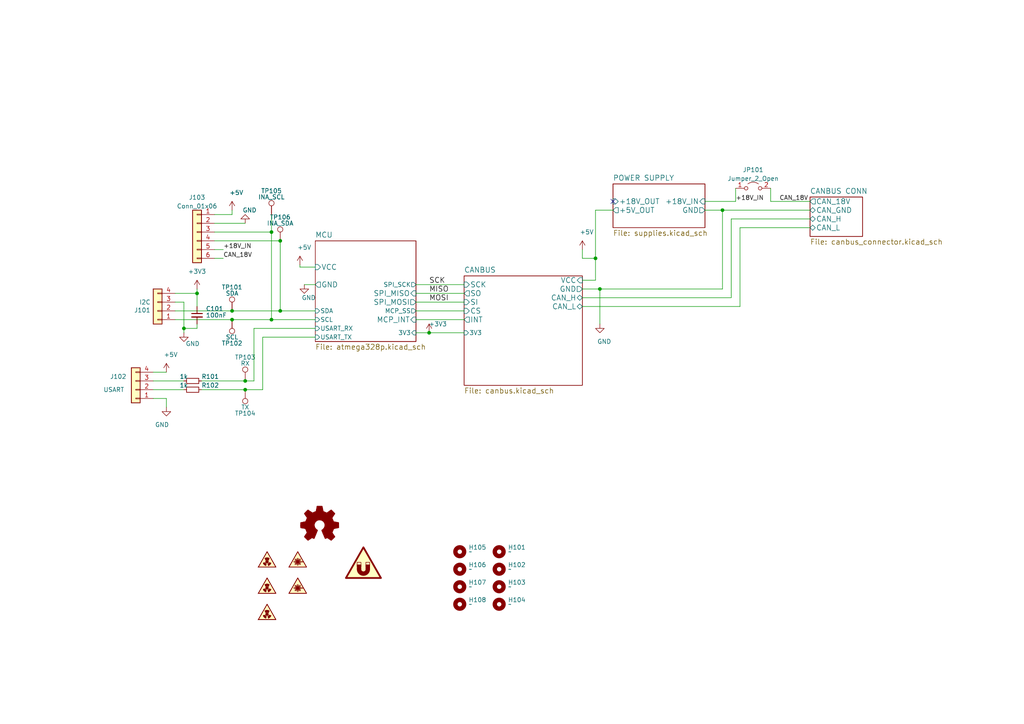
<source format=kicad_sch>
(kicad_sch (version 20211123) (generator eeschema)
  (paper "A4")
  (lib_symbols
    (symbol "Connector:TestPoint" (pin_numbers hide) (pin_names (offset 0.762) hide)
      (property "Reference" "TP" (at 0 6.858 0))
      (property "Value" "TestPoint" (at 0 5.08 0))
      (symbol "TestPoint_0_1"
        (circle (center 0 3.302) (radius 0.762))
      )
      (symbol "TestPoint_1_1"
        (pin passive line (at 0 0 90) (length 2.54) (name "1") (number "1"))
      )
    )
    (symbol "Connector_Generic:Conn_01x04" (pin_names (offset 1.016) hide)
      (property "Reference" "J" (at 0 5.08 0))
      (property "Value" "Conn_01x04" (at 0 -7.62 0))
      (symbol "Conn_01x04_1_1"
        (rectangle (start -1.27 -4.953) (end 0 -5.207) (stroke (width 0.1524)))
        (rectangle (start -1.27 -2.413) (end 0 -2.667) (stroke (width 0.1524)))
        (rectangle (start -1.27 0.127) (end 0 -0.127) (stroke (width 0.1524)))
        (rectangle (start -1.27 2.667) (end 0 2.413) (stroke (width 0.1524)))
        (rectangle (start -1.27 3.81) (end 1.27 -6.35) (stroke (width 0.254)) (fill (type background)))
        (pin passive line (at -5.08 2.54 0) (length 3.81) (name "Pin_1") (number "1"))
        (pin passive line (at -5.08 0 0) (length 3.81) (name "Pin_2") (number "2"))
        (pin passive line (at -5.08 -2.54 0) (length 3.81) (name "Pin_3") (number "3"))
        (pin passive line (at -5.08 -5.08 0) (length 3.81) (name "Pin_4") (number "4"))
      )
    )
    (symbol "Connector_Generic:Conn_01x06" (pin_names (offset 1.016) hide)
      (property "Reference" "J" (at 0 7.62 0))
      (property "Value" "Conn_01x06" (at 0 -10.16 0))
      (symbol "Conn_01x06_1_1"
        (rectangle (start -1.27 -7.493) (end 0 -7.747) (stroke (width 0.1524)))
        (rectangle (start -1.27 -4.953) (end 0 -5.207) (stroke (width 0.1524)))
        (rectangle (start -1.27 -2.413) (end 0 -2.667) (stroke (width 0.1524)))
        (rectangle (start -1.27 0.127) (end 0 -0.127) (stroke (width 0.1524)))
        (rectangle (start -1.27 2.667) (end 0 2.413) (stroke (width 0.1524)))
        (rectangle (start -1.27 5.207) (end 0 4.953) (stroke (width 0.1524)))
        (rectangle (start -1.27 6.35) (end 1.27 -8.89) (stroke (width 0.254)) (fill (type background)))
        (pin passive line (at -5.08 5.08 0) (length 3.81) (name "Pin_1") (number "1"))
        (pin passive line (at -5.08 2.54 0) (length 3.81) (name "Pin_2") (number "2"))
        (pin passive line (at -5.08 0 0) (length 3.81) (name "Pin_3") (number "3"))
        (pin passive line (at -5.08 -2.54 0) (length 3.81) (name "Pin_4") (number "4"))
        (pin passive line (at -5.08 -5.08 0) (length 3.81) (name "Pin_5") (number "5"))
        (pin passive line (at -5.08 -7.62 0) (length 3.81) (name "Pin_6") (number "6"))
      )
    )
    (symbol "Device:C_Small" (pin_numbers hide) (pin_names (offset 0.254) hide)
      (property "Reference" "C" (at 0.254 1.778 0))
      (property "Value" "C_Small" (at 0.254 -2.032 0))
      (symbol "C_Small_0_1"
        (polyline (pts (xy -1.524 -0.508) (xy 1.524 -0.508)) (stroke (width 0.3302)))
        (polyline (pts (xy -1.524 0.508) (xy 1.524 0.508)) (stroke (width 0.3048)))
      )
      (symbol "C_Small_1_1"
        (pin passive line (at 0 2.54 270) (length 2.032) (name "~") (number "1"))
        (pin passive line (at 0 -2.54 90) (length 2.032) (name "~") (number "2"))
      )
    )
    (symbol "Device:R_Small" (pin_numbers hide) (pin_names (offset 0.254) hide)
      (property "Reference" "R" (at 0.762 0.508 0))
      (property "Value" "R_Small" (at 0.762 -1.016 0))
      (symbol "R_Small_0_1"
        (rectangle (start -0.762 1.778) (end 0.762 -1.778) (stroke (width 0.2032)))
      )
      (symbol "R_Small_1_1"
        (pin passive line (at 0 2.54 270) (length 0.762) (name "~") (number "1"))
        (pin passive line (at 0 -2.54 90) (length 0.762) (name "~") (number "2"))
      )
    )
    (symbol "Graphic:Logo_Open_Hardware_Small" (pin_names (offset 1.016))
      (symbol "Logo_Open_Hardware_Small_0_1"
        (polyline (pts (xy 3.3528 -4.3434) (xy 3.302 -4.318) (xy 3.175 -4.2418) (xy 2.9972 -4.1148) (xy 2.7686 -3.9624) (xy 2.54 -3.81) (xy 2.3622 -3.7084) (xy 2.2352 -3.6068) (xy 2.1844 -3.5814) (xy 2.159 -3.6068) (xy 2.0574 -3.6576) (xy 1.905 -3.7338) (xy 1.8034 -3.7846) (xy 1.6764 -3.8354) (xy 1.6002 -3.8354) (xy 1.6002 -3.8354) (xy 1.5494 -3.7338) (xy 1.4732 -3.5306) (xy 1.3462 -3.302) (xy 1.2446 -3.0226) (xy 1.1176 -2.7178) (xy 0.9652 -2.413) (xy 0.8636 -2.1082) (xy 0.7366 -1.8288) (xy 0.6604 -1.6256) (xy 0.6096 -1.4732) (xy 0.5842 -1.397) (xy 0.5842 -1.397) (xy 0.6604 -1.3208) (xy 0.7874 -1.2446) (xy 1.0414 -1.016) (xy 1.2954 -0.6858) (xy 1.4478 -0.3302) (xy 1.524 0.0762) (xy 1.4732 0.4572) (xy 1.3208 0.8128) (xy 1.0668 1.143) (xy 0.762 1.3716) (xy 0.4064 1.524) (xy 0 1.5748) (xy -0.381 1.5494) (xy -0.7366 1.397) (xy -1.0668 1.143) (xy -1.2192 0.9906) (xy -1.397 0.6604) (xy -1.524 0.3048) (xy -1.524 0.2286) (xy -1.4986 -0.1778) (xy -1.397 -0.5334) (xy -1.1938 -0.8636) (xy -0.9144 -1.143) (xy -0.8636 -1.1684) (xy -0.7366 -1.27) (xy -0.635 -1.3462) (xy -0.5842 -1.397) (xy -1.0668 -2.5908) (xy -1.143 -2.794) (xy -1.2954 -3.1242) (xy -1.397 -3.4036) (xy -1.4986 -3.6322) (xy -1.5748 -3.7846) (xy -1.6002 -3.8354) (xy -1.6002 -3.8354) (xy -1.651 -3.8354) (xy -1.7272 -3.81) (xy -1.905 -3.7338) (xy -2.0066 -3.683) (xy -2.1336 -3.6068) (xy -2.2098 -3.5814) (xy -2.2606 -3.6068) (xy -2.3622 -3.683) (xy -2.54 -3.81) (xy -2.7686 -3.9624) (xy -2.9718 -4.0894) (xy -3.1496 -4.2164) (xy -3.302 -4.318) (xy -3.3528 -4.3434) (xy -3.3782 -4.3434) (xy -3.429 -4.318) (xy -3.5306 -4.2164) (xy -3.7084 -4.064) (xy -3.937 -3.8354) (xy -3.9624 -3.81) (xy -4.1656 -3.6068) (xy -4.318 -3.4544) (xy -4.4196 -3.3274) (xy -4.445 -3.2766) (xy -4.445 -3.2766) (xy -4.4196 -3.2258) (xy -4.318 -3.0734) (xy -4.2164 -2.8956) (xy -4.064 -2.667) (xy -3.6576 -2.0828) (xy -3.8862 -1.5494) (xy -3.937 -1.3716) (xy -4.0386 -1.1684) (xy -4.0894 -1.0414) (xy -4.1148 -0.9652) (xy -4.191 -0.9398) (xy -4.318 -0.9144) (xy -4.5466 -0.8636) (xy -4.8006 -0.8128) (xy -5.0546 -0.7874) (xy -5.2578 -0.7366) (xy -5.4356 -0.7112) (xy -5.5118 -0.6858) (xy -5.5118 -0.6858) (xy -5.5372 -0.635) (xy -5.5372 -0.5588) (xy -5.5372 -0.4318) (xy -5.5626 -0.2286) (xy -5.5626 0.0762) (xy -5.5626 0.127) (xy -5.5372 0.4064) (xy -5.5372 0.635) (xy -5.5372 0.762) (xy -5.5372 0.8382) (xy -5.5372 0.8382) (xy -5.461 0.8382) (xy -5.3086 0.889) (xy -5.08 0.9144) (xy -4.826 0.9652) (xy -4.8006 0.9906) (xy -4.5466 1.0414) (xy -4.318 1.0668) (xy -4.1656 1.1176) (xy -4.0894 1.143) (xy -4.0894 1.143) (xy -4.0386 1.2446) (xy -3.9624 1.4224) (xy -3.8608 1.6256) (xy -3.7846 1.8288) (xy -3.7084 2.0066) (xy -3.6576 2.159) (xy -3.6322 2.2098) (xy -3.6322 2.2098) (xy -3.683 2.286) (xy -3.7592 2.413) (xy -3.8862 2.5908) (xy -4.064 2.8194) (xy -4.064 2.8448) (xy -4.2164 3.0734) (xy -4.3434 3.2512) (xy -4.4196 3.3782) (xy -4.445 3.4544) (xy -4.445 3.4544) (xy -4.3942 3.5052) (xy -4.2926 3.6322) (xy -4.1148 3.81) (xy -3.937 4.0132) (xy -3.8608 4.064) (xy -3.6576 4.2926) (xy -3.5052 4.4196) (xy -3.4036 4.4958) (xy -3.3528 4.5212) (xy -3.3528 4.5212) (xy -3.302 4.4704) (xy -3.1496 4.3688) (xy -2.9718 4.2418) (xy -2.7432 4.0894) (xy -2.7178 4.0894) (xy -2.4892 3.937) (xy -2.3114 3.81) (xy -2.1844 3.7084) (xy -2.1336 3.683) (xy -2.1082 3.683) (xy -2.032 3.7084) (xy -1.8542 3.7592) (xy -1.6764 3.8354) (xy -1.4732 3.937) (xy -1.27 4.0132) (xy -1.143 4.064) (xy -1.0668 4.1148) (xy -1.0668 4.1148) (xy -1.0414 4.191) (xy -1.016 4.3434) (xy -0.9652 4.572) (xy -0.9144 4.8514) (xy -0.889 4.9022) (xy -0.8382 5.1562) (xy -0.8128 5.3848) (xy -0.7874 5.5372) (xy -0.762 5.588) (xy -0.7112 5.6134) (xy -0.5842 5.6134) (xy -0.4064 5.6134) (xy -0.1524 5.6134) (xy 0.0762 5.6134) (xy 0.3302 5.6134) (xy 0.5334 5.6134) (xy 0.6858 5.588) (xy 0.7366 5.588) (xy 0.7366 5.588) (xy 0.762 5.5118) (xy 0.8128 5.334) (xy 0.8382 5.1054) (xy 0.9144 4.826) (xy 0.9144 4.7752) (xy 0.9652 4.5212) (xy 1.016 4.2926) (xy 1.0414 4.1402) (xy 1.0668 4.0894) (xy 1.0668 4.0894) (xy 1.1938 4.0386) (xy 1.3716 3.9624) (xy 1.5748 3.8608) (xy 2.0828 3.6576) (xy 2.7178 4.0894) (xy 2.7686 4.1402) (xy 2.9972 4.2926) (xy 3.175 4.4196) (xy 3.302 4.4958) (xy 3.3782 4.5212) (xy 3.3782 4.5212) (xy 3.429 4.4704) (xy 3.556 4.3434) (xy 3.7338 4.191) (xy 3.9116 3.9878) (xy 4.064 3.8354) (xy 4.2418 3.6576) (xy 4.3434 3.556) (xy 4.4196 3.4798) (xy 4.4196 3.429) (xy 4.4196 3.4036) (xy 4.3942 3.3274) (xy 4.2926 3.2004) (xy 4.1656 2.9972) (xy 4.0132 2.794) (xy 3.8862 2.5908) (xy 3.7592 2.3876) (xy 3.6576 2.2352) (xy 3.6322 2.159) (xy 3.6322 2.1336) (xy 3.683 2.0066) (xy 3.7592 1.8288) (xy 3.8608 1.6002) (xy 4.064 1.1176) (xy 4.3942 1.0414) (xy 4.5974 1.016) (xy 4.8768 0.9652) (xy 5.1308 0.9144) (xy 5.5372 0.8382) (xy 5.5626 -0.6604) (xy 5.4864 -0.6858) (xy 5.4356 -0.6858) (xy 5.2832 -0.7366) (xy 5.0546 -0.762) (xy 4.8006 -0.8128) (xy 4.5974 -0.8636) (xy 4.3688 -0.9144) (xy 4.2164 -0.9398) (xy 4.1402 -0.9398) (xy 4.1148 -0.9652) (xy 4.064 -1.0668) (xy 3.9878 -1.2446) (xy 3.9116 -1.4478) (xy 3.81 -1.651) (xy 3.7338 -1.8542) (xy 3.683 -2.0066) (xy 3.6576 -2.0828) (xy 3.683 -2.1336) (xy 3.7846 -2.2606) (xy 3.8862 -2.4638) (xy 4.0386 -2.667) (xy 4.191 -2.8956) (xy 4.318 -3.0734) (xy 4.3942 -3.2004) (xy 4.445 -3.2766) (xy 4.4196 -3.3274) (xy 4.3434 -3.429) (xy 4.1656 -3.5814) (xy 3.937 -3.8354) (xy 3.8862 -3.8608) (xy 3.683 -4.064) (xy 3.5306 -4.2164) (xy 3.4036 -4.318) (xy 3.3528 -4.3434)) (fill (type outline)))
      )
    )
    (symbol "Graphic:SYM_LASER_Small" (pin_names (offset 1.016) hide)
      (symbol "SYM_LASER_Small_0_1"
        (polyline (pts (xy -1.143 -0.381) (xy 1.651 -0.381)) (stroke (width 0.254)))
        (polyline (pts (xy -0.889 -0.762) (xy 0.889 0)))
        (polyline (pts (xy -0.889 0) (xy 0.889 -0.762)))
        (polyline (pts (xy -0.762 -1.143) (xy 0.762 0.381)) (stroke (width 0.254)))
        (polyline (pts (xy -0.381 0.508) (xy 0.381 -1.27)))
        (polyline (pts (xy 0 -1.397) (xy 0 0.635)) (stroke (width 0.254)))
        (polyline (pts (xy 0.381 0.508) (xy -0.381 -1.27)))
        (polyline (pts (xy 0.762 -1.143) (xy -0.762 0.381)) (stroke (width 0.254)))
        (polyline (pts (xy -2.54 -1.905) (xy 2.54 -1.905) (xy 0 2.54) (xy -2.54 -1.905)) (stroke (width 0.254)) (fill (type background)))
      )
    )
    (symbol "Graphic:SYM_Magnet_Large" (pin_names (offset 1.016) hide)
      (symbol "SYM_Magnet_Large_0_1"
        (rectangle (start -1.8288 -1.27) (end -0.7112 -2.54) (fill (type outline)))
        (rectangle (start -1.8288 -0.5334) (end -0.7112 -1.8034) (fill (type background)))
        (arc (start -1.27 -2.54) (mid 0 -3.81) (end 1.27 -2.54) (stroke (width 1.27)))
        (polyline (pts (xy -5.08 -5.08) (xy 5.08 -5.08) (xy 0 3.81) (xy -5.08 -5.08)) (stroke (width 0.508)) (fill (type background)))
        (rectangle (start 0.7112 -1.27) (end 1.8288 -2.54) (fill (type outline)))
        (rectangle (start 0.7112 -0.5334) (end 1.8288 -1.8034) (fill (type background)))
      )
    )
    (symbol "Graphic:SYM_Radioactive_Radiation_Small" (pin_names (offset 1.016) hide)
      (symbol "SYM_Radioactive_Radiation_Small_0_0"
        (arc (start -1.1176 -0.7366) (mid -0.8421 -1.2231) (end -0.3556 -1.4986))
        (arc (start -0.6096 -0.6096) (mid -0.4656 -0.8429) (end -0.2286 -0.9906))
        (circle (center -0.0254 -0.3556) (radius 0.3556) (stroke (width 0.254)) (fill (type outline)))
        (polyline (pts (xy -1.1176 -0.7366) (xy -0.6096 -0.6096)))
        (polyline (pts (xy -0.635 0.6096) (xy -0.381 0.1016)))
        (polyline (pts (xy -0.3556 -1.4986) (xy -0.2286 -0.9906)))
        (polyline (pts (xy 0.3556 -1.4986) (xy 0.2286 -0.9906)))
        (polyline (pts (xy 0.635 0.6096) (xy 0.381 0.1016)))
        (polyline (pts (xy 1.1176 -0.7366) (xy 0.6096 -0.6096)))
        (polyline (pts (xy -0.6096 -0.6604) (xy -0.508 -0.8636) (xy -0.254 -0.9652) (xy -0.4064 -1.4732) (xy -0.762 -1.2192) (xy -0.9652 -1.016) (xy -1.0668 -0.7112) (xy -0.6096 -0.6604)) (fill (type outline)))
        (polyline (pts (xy 0.6096 -0.6096) (xy 0.4572 -0.8636) (xy 0.254 -1.016) (xy 0.4064 -1.4732) (xy 0.7112 -1.27) (xy 0.9144 -1.0668) (xy 1.0668 -0.762) (xy 0.6096 -0.6604)) (fill (type outline)))
        (polyline (pts (xy -0.3556 0.1524) (xy -0.1016 0.254) (xy 0.1524 0.254) (xy 0.3556 0.1016) (xy 0.6096 0.6096) (xy 0.3556 0.7112) (xy 0.1016 0.762) (xy -0.1524 0.762) (xy -0.4572 0.6604) (xy -0.6096 0.6096) (xy -0.4064 0.1524)) (fill (type outline)))
        (arc (start 0.2286 -0.9906) (mid 0.4619 -0.8466) (end 0.6096 -0.6096))
        (arc (start 0.3556 -1.4986) (mid 0.8421 -1.2231) (end 1.1176 -0.7366))
        (arc (start 0.381 0.1016) (mid 0 0.2594) (end -0.381 0.1016))
        (arc (start 0.635 0.6096) (mid 0 0.8131) (end -0.635 0.6096))
      )
      (symbol "SYM_Radioactive_Radiation_Small_0_1"
        (polyline (pts (xy -2.54 -1.905) (xy 2.54 -1.905) (xy 0 2.54) (xy -2.54 -1.905)) (stroke (width 0.254)) (fill (type background)))
      )
    )
    (symbol "Jumper:Jumper_2_Open" (pin_names (offset 0) hide)
      (property "Reference" "JP" (at 0 2.794 0))
      (property "Value" "Jumper_2_Open" (at 0 -2.286 0))
      (symbol "Jumper_2_Open_0_0"
        (circle (center -2.032 0) (radius 0.508))
        (circle (center 2.032 0) (radius 0.508))
      )
      (symbol "Jumper_2_Open_0_1"
        (arc (start 1.524 1.27) (mid 0 1.778) (end -1.524 1.27))
      )
      (symbol "Jumper_2_Open_1_1"
        (pin passive line (at -5.08 0 0) (length 2.54) (name "A") (number "1"))
        (pin passive line (at 5.08 0 180) (length 2.54) (name "B") (number "2"))
      )
    )
    (symbol "basicsensormodule-rescue:MountingHole-Mechanical" (pin_names (offset 1.016))
      (property "Reference" "H" (at 0 5.08 0))
      (property "Value" "MountingHole-Mechanical" (at 0 3.175 0))
      (symbol "MountingHole-Mechanical_0_1"
        (circle (center 0 0) (radius 1.27) (stroke (width 1.27)))
      )
    )
    (symbol "power:+3V3" (power) (pin_names (offset 0))
      (property "Value" "+3V3" (at 0 3.556 0))
      (symbol "+3V3_0_1"
        (polyline (pts (xy -0.762 1.27) (xy 0 2.54)))
        (polyline (pts (xy 0 0) (xy 0 2.54)))
        (polyline (pts (xy 0 2.54) (xy 0.762 1.27)))
      )
      (symbol "+3V3_1_1"
        (pin power_in line (at 0 0 90) (length 0) hide (name "+3V3") (number "1"))
      )
    )
    (symbol "power:+5V" (power) (pin_names (offset 0))
      (property "Value" "+5V" (at 0 3.556 0))
      (symbol "+5V_0_1"
        (polyline (pts (xy -0.762 1.27) (xy 0 2.54)))
        (polyline (pts (xy 0 0) (xy 0 2.54)))
        (polyline (pts (xy 0 2.54) (xy 0.762 1.27)))
      )
      (symbol "+5V_1_1"
        (pin power_in line (at 0 0 90) (length 0) hide (name "+5V") (number "1"))
      )
    )
    (symbol "power:GND" (power) (pin_names (offset 0))
      (property "Value" "GND" (at 0 -3.81 0))
      (symbol "GND_0_1"
        (polyline (pts (xy 0 0) (xy 0 -1.27) (xy 1.27 -1.27) (xy 0 -2.54) (xy -1.27 -1.27) (xy 0 -1.27)))
      )
      (symbol "GND_1_1"
        (pin power_in line (at 0 0 270) (length 0) hide (name "GND") (number "1"))
      )
    )
  )
  (junction (at 71.12 113.03))
  (junction (at 173.99 83.82))
  (junction (at 53.34 95.25))
  (junction (at 81.28 90.17))
  (junction (at 124.46 96.52))
  (junction (at 78.74 67.31))
  (junction (at 209.55 60.96))
  (junction (at 71.12 110.49))
  (junction (at 81.28 69.85))
  (junction (at 67.31 90.17))
  (junction (at 78.74 92.71))
  (junction (at 172.72 74.93))
  (junction (at 67.31 92.71))
  (junction (at 57.15 85.09))
  (no_connect (at 177.8 58.42))
  (wire (pts (xy 172.72 74.93) (xy 172.72 81.28)))
  (wire (pts (xy 67.31 92.71) (xy 50.8 92.71)))
  (wire (pts (xy 124.46 96.52) (xy 134.62 96.52)))
  (wire (pts (xy 134.62 90.17) (xy 120.65 90.17)))
  (wire (pts (xy 91.44 77.47) (xy 86.995 77.47)))
  (wire (pts (xy 58.42 113.03) (xy 71.12 113.03)))
  (wire (pts (xy 214.63 66.04) (xy 214.63 88.9)))
  (wire (pts (xy 48.26 118.11) (xy 48.26 115.57)))
  (wire (pts (xy 120.65 87.63) (xy 134.62 87.63)))
  (wire (pts (xy 76.2 97.79) (xy 91.44 97.79)))
  (wire (pts (xy 44.45 107.95) (xy 48.26 107.95)))
  (wire (pts (xy 76.2 97.79) (xy 76.2 113.03)))
  (wire (pts (xy 50.8 87.63) (xy 53.34 87.63)))
  (wire (pts (xy 78.74 92.71) (xy 67.31 92.71)))
  (wire (pts (xy 53.34 113.03) (xy 44.45 113.03)))
  (wire (pts (xy 62.23 67.31) (xy 78.74 67.31)))
  (wire (pts (xy 223.52 58.42) (xy 234.95 58.42)))
  (wire (pts (xy 223.52 58.42) (xy 223.52 54.61)))
  (wire (pts (xy 214.63 66.04) (xy 234.95 66.04)))
  (wire (pts (xy 71.12 110.49) (xy 73.66 110.49)))
  (wire (pts (xy 62.23 62.23) (xy 67.31 62.23)))
  (wire (pts (xy 78.74 92.71) (xy 91.44 92.71)))
  (wire (pts (xy 173.99 83.82) (xy 173.99 93.98)))
  (wire (pts (xy 177.8 60.96) (xy 172.72 60.96)))
  (wire (pts (xy 168.91 72.39) (xy 168.91 74.93)))
  (wire (pts (xy 50.8 85.09) (xy 57.15 85.09)))
  (wire (pts (xy 120.65 96.52) (xy 124.46 96.52)))
  (wire (pts (xy 50.8 90.17) (xy 67.31 90.17)))
  (wire (pts (xy 53.34 96.52) (xy 53.34 95.25)))
  (wire (pts (xy 58.42 110.49) (xy 71.12 110.49)))
  (wire (pts (xy 73.66 95.25) (xy 91.44 95.25)))
  (wire (pts (xy 209.55 60.96) (xy 209.55 83.82)))
  (wire (pts (xy 134.62 82.55) (xy 120.65 82.55)))
  (wire (pts (xy 88.265 82.55) (xy 91.44 82.55)))
  (wire (pts (xy 134.62 85.09) (xy 120.65 85.09)))
  (wire (pts (xy 209.55 83.82) (xy 173.99 83.82)))
  (wire (pts (xy 57.15 83.82) (xy 57.15 85.09)))
  (wire (pts (xy 213.36 54.61) (xy 213.36 58.42)))
  (wire (pts (xy 67.31 90.17) (xy 81.28 90.17)))
  (wire (pts (xy 78.74 62.23) (xy 78.74 67.31)))
  (wire (pts (xy 204.47 58.42) (xy 213.36 58.42)))
  (wire (pts (xy 44.45 115.57) (xy 48.26 115.57)))
  (wire (pts (xy 62.23 72.39) (xy 64.77 72.39)))
  (wire (pts (xy 73.66 110.49) (xy 73.66 95.25)))
  (wire (pts (xy 172.72 60.96) (xy 172.72 74.93)))
  (wire (pts (xy 78.74 67.31) (xy 78.74 92.71)))
  (wire (pts (xy 204.47 60.96) (xy 209.55 60.96)))
  (wire (pts (xy 57.15 93.98) (xy 57.15 95.25)))
  (wire (pts (xy 86.995 77.47) (xy 86.995 76.835)))
  (wire (pts (xy 168.91 88.9) (xy 214.63 88.9)))
  (wire (pts (xy 62.23 69.85) (xy 81.28 69.85)))
  (wire (pts (xy 212.09 86.36) (xy 168.91 86.36)))
  (wire (pts (xy 62.23 64.77) (xy 71.12 64.77)))
  (wire (pts (xy 57.15 95.25) (xy 53.34 95.25)))
  (wire (pts (xy 168.91 74.93) (xy 172.72 74.93)))
  (wire (pts (xy 173.99 83.82) (xy 168.91 83.82)))
  (wire (pts (xy 234.95 63.5) (xy 212.09 63.5)))
  (wire (pts (xy 172.72 81.28) (xy 168.91 81.28)))
  (wire (pts (xy 134.62 92.71) (xy 120.65 92.71)))
  (wire (pts (xy 67.31 60.96) (xy 67.31 62.23)))
  (wire (pts (xy 81.28 69.85) (xy 81.28 90.17)))
  (wire (pts (xy 212.09 63.5) (xy 212.09 86.36)))
  (wire (pts (xy 44.45 110.49) (xy 53.34 110.49)))
  (wire (pts (xy 209.55 60.96) (xy 234.95 60.96)))
  (wire (pts (xy 81.28 90.17) (xy 91.44 90.17)))
  (wire (pts (xy 62.23 74.93) (xy 64.77 74.93)))
  (wire (pts (xy 57.15 85.09) (xy 57.15 88.9)))
  (wire (pts (xy 53.34 87.63) (xy 53.34 95.25)))
  (wire (pts (xy 71.12 113.03) (xy 76.2 113.03)))
  (label "+18V_IN" (at 213.36 58.42 0))
  (label "MISO" (at 124.46 85.09 0) (effects (font (size 1.524 1.524))))
  (label "+18V_IN" (at 64.77 72.39 0))
  (label "CAN_18V" (at 226.06 58.42 0))
  (label "SCK" (at 124.46 82.55 0) (effects (font (size 1.524 1.524))))
  (label "MOSI" (at 124.46 87.63 0) (effects (font (size 1.524 1.524))))
  (label "CAN_18V" (at 64.77 74.93 0))
  (symbol (lib_id "basicsensormodule-rescue:MountingHole-Mechanical") (at 144.78 175.26 0) (unit 1)
    (property "Reference" "H104" (at 147.32 173.99 0) (effects (justify left)))
    (property "Value" "~" (at 147.32 175.26 0) (effects (justify left)))
    (property "Footprint" "MountingHole:MountingHole_3.2mm_M3" (effects hide))
  )
  (symbol (lib_id "basicsensormodule-rescue:MountingHole-Mechanical") (at 144.78 170.18 0) (unit 1)
    (property "Reference" "H103" (at 147.32 168.91 0) (effects (justify left)))
    (property "Value" "~" (at 147.32 170.18 0) (effects (justify left)))
    (property "Footprint" "MountingHole:MountingHole_3.2mm_M3" (effects hide))
  )
  (symbol (lib_id "basicsensormodule-rescue:MountingHole-Mechanical") (at 144.78 160.02 0) (unit 1)
    (property "Reference" "H101" (at 147.32 158.75 0) (effects (justify left)))
    (property "Value" "~" (at 147.32 160.02 0) (effects (justify left)))
    (property "Footprint" "MountingHole:MountingHole_3.2mm_M3" (effects hide))
  )
  (symbol (lib_id "Connector:TestPoint") (at 71.12 110.49 0) (unit 1)
    (property "Reference" "TP103" (at 71.12 103.632 0))
    (property "Value" "RX" (at 71.12 105.41 0))
    (property "Footprint" "TestPoint:TestPoint_Pad_2.0x2.0mm" (effects hide))
  )
  (symbol (lib_id "Graphic:SYM_LASER_Small") (at 86.36 170.18 0) (unit 1) (in_bom no)
    (property "Reference" "SYM106" (effects hide))
    (property "Value" "SYM_LASER_Small" (effects hide))
    (property "Footprint" "KicadZeniteSolarLibrary18:synbol_logoifsc" (effects hide))
  )
  (symbol (lib_id "power:GND") (at 48.26 118.11 0) (mirror y) (unit 1)
    (property "Reference" "#PWR0102" (effects hide))
    (property "Value" "GND" (at 46.99 123.19 0))
  )
  (symbol (lib_id "Connector:TestPoint") (at 67.31 92.71 180) (unit 1)
    (property "Reference" "TP102" (at 67.31 99.568 0))
    (property "Value" "SCL" (at 67.31 97.79 0))
    (property "Footprint" "TestPoint:TestPoint_Pad_2.0x2.0mm" (effects hide))
  )
  (symbol (lib_id "power:GND") (at 173.99 93.98 0) (unit 1)
    (property "Reference" "#PWR0108" (effects hide))
    (property "Value" "GND" (at 175.26 99.06 0))
  )
  (symbol (lib_id "Device:C_Small") (at 57.15 91.44 0) (unit 1)
    (property "Reference" "C101" (at 59.69 89.535 0) (effects (justify left)))
    (property "Value" "100nF" (at 59.69 91.44 0) (effects (justify left)))
    (property "Footprint" "Capacitor_SMD:C_0603_1608Metric_Pad1.08x0.95mm_HandSolder" (effects hide))
  )
  (symbol (lib_id "basicsensormodule-rescue:MountingHole-Mechanical") (at 133.35 170.18 0) (unit 1)
    (property "Reference" "H107" (at 135.89 168.91 0) (effects (justify left)))
    (property "Value" "~" (at 135.89 170.18 0) (effects (justify left)))
    (property "Footprint" "MountingHole:MountingHole_2.7mm_M2.5" (effects hide))
  )
  (symbol (lib_id "Jumper:Jumper_2_Open") (at 218.44 54.61 0) (unit 1)
    (property "Reference" "JP101" (at 218.44 49.2592 0))
    (property "Value" "Jumper_2_Open" (at 218.44 51.7961 0))
    (property "Footprint" "Jumper:SolderJumper-2_P1.3mm_Open_RoundedPad1.0x1.5mm" (effects hide))
  )
  (symbol (lib_id "Device:R_Small") (at 55.88 113.03 270) (mirror x) (unit 1)
    (property "Reference" "R102" (at 58.42 111.76 90) (effects (justify left)))
    (property "Value" "1k" (at 52.07 111.76 90) (effects (justify left)))
    (property "Footprint" "Resistor_SMD:R_0603_1608Metric_Pad0.98x0.95mm_HandSolder" (effects hide))
  )
  (symbol (lib_id "Graphic:SYM_Magnet_Large") (at 105.41 162.56 0) (unit 1)
    (property "Reference" "SYM102" (effects hide))
    (property "Value" "SYM_Magnet_Large" (effects hide))
    (property "Footprint" "rasp3:raspberrypi_2_3" (effects hide))
  )
  (symbol (lib_id "Graphic:SYM_Radioactive_Radiation_Small") (at 77.47 162.56 0) (unit 1) (in_bom no)
    (property "Reference" "SYM101" (effects hide))
    (property "Value" "SYM_Radioactive_Radiation_Small" (effects hide))
    (property "Footprint" "KicadZeniteSolarLibrary18:symbol_logoZenite" (effects hide))
  )
  (symbol (lib_id "basicsensormodule-rescue:MountingHole-Mechanical") (at 144.78 165.1 0) (unit 1)
    (property "Reference" "H102" (at 147.32 163.83 0) (effects (justify left)))
    (property "Value" "~" (at 147.32 165.1 0) (effects (justify left)))
    (property "Footprint" "MountingHole:MountingHole_3.2mm_M3" (effects hide))
  )
  (symbol (lib_id "basicsensormodule-rescue:MountingHole-Mechanical") (at 133.35 160.02 0) (unit 1)
    (property "Reference" "H105" (at 135.89 158.75 0) (effects (justify left)))
    (property "Value" "~" (at 135.89 160.02 0) (effects (justify left)))
    (property "Footprint" "MountingHole:MountingHole_2.7mm_M2.5" (effects hide))
  )
  (symbol (lib_id "basicsensormodule-rescue:MountingHole-Mechanical") (at 133.35 165.1 0) (unit 1)
    (property "Reference" "H106" (at 135.89 163.83 0) (effects (justify left)))
    (property "Value" "~" (at 135.89 165.1 0) (effects (justify left)))
    (property "Footprint" "MountingHole:MountingHole_2.7mm_M2.5" (effects hide))
  )
  (symbol (lib_id "Connector:TestPoint") (at 71.12 113.03 180) (unit 1)
    (property "Reference" "TP104" (at 71.12 119.888 0))
    (property "Value" "TX" (at 71.12 118.11 0))
    (property "Footprint" "TestPoint:TestPoint_Pad_2.0x2.0mm" (effects hide))
  )
  (symbol (lib_id "Connector_Generic:Conn_01x04") (at 39.37 113.03 180) (unit 1)
    (property "Reference" "J102" (at 34.29 109.22 0))
    (property "Value" "USART" (at 33.02 113.03 0))
    (property "Footprint" "Connector_PinHeader_2.54mm:PinHeader_1x04_P2.54mm_Horizontal" (effects hide))
  )
  (symbol (lib_id "Graphic:SYM_Radioactive_Radiation_Small") (at 77.47 177.8 0) (unit 1) (in_bom no)
    (property "Reference" "SYM104" (effects hide))
    (property "Value" "SYM_Radioactive_Radiation_Small" (effects hide))
    (property "Footprint" "KicadZeniteSolarLibrary18:symbol_naolavar" (effects hide))
  )
  (symbol (lib_id "Device:R_Small") (at 55.88 110.49 270) (mirror x) (unit 1)
    (property "Reference" "R101" (at 58.42 109.22 90) (effects (justify left)))
    (property "Value" "1k" (at 52.07 109.22 90) (effects (justify left)))
    (property "Footprint" "Resistor_SMD:R_0603_1608Metric_Pad0.98x0.95mm_HandSolder" (effects hide))
  )
  (symbol (lib_id "power:+5V") (at 67.31 60.96 0) (unit 1)
    (property "Reference" "#PWR0109" (effects hide))
    (property "Value" "+5V" (at 68.58 55.88 0))
  )
  (symbol (lib_id "Graphic:SYM_Radioactive_Radiation_Small") (at 77.47 170.18 0) (unit 1) (in_bom no)
    (property "Reference" "SYM103" (effects hide))
    (property "Value" "SYM_Radioactive_Radiation_Small" (effects hide))
    (property "Footprint" "KicadZeniteSolarLibrary18:symbol_logoZenite" (effects hide))
  )
  (symbol (lib_id "power:+5V") (at 48.26 107.95 0) (unit 1)
    (property "Reference" "#PWR0111" (effects hide))
    (property "Value" "+5V" (at 49.53 102.87 0))
  )
  (symbol (lib_id "power:+5V") (at 168.91 72.39 0) (unit 1)
    (property "Reference" "#PWR0107" (effects hide))
    (property "Value" "+5V" (at 170.18 67.31 0))
  )
  (symbol (lib_id "power:+5V") (at 86.995 76.835 0) (unit 1)
    (property "Reference" "#PWR0104" (effects hide))
    (property "Value" "+5V" (at 88.265 71.755 0))
  )
  (symbol (lib_id "power:+3V3") (at 124.46 96.52 0) (unit 1)
    (property "Reference" "#PWR0106" (effects hide))
    (property "Value" "+3V3" (at 127 93.98 0))
  )
  (symbol (lib_id "power:GND") (at 53.34 96.52 0) (unit 1)
    (property "Reference" "#PWR0101" (effects hide))
    (property "Value" "GND" (at 55.88 99.695 0))
  )
  (symbol (lib_id "Connector:TestPoint") (at 81.28 69.85 0) (unit 1)
    (property "Reference" "TP106" (at 81.28 62.992 0))
    (property "Value" "INA_SDA" (at 81.28 64.77 0))
    (property "Footprint" "TestPoint:TestPoint_Pad_2.0x2.0mm" (effects hide))
  )
  (symbol (lib_id "Connector_Generic:Conn_01x06") (at 57.15 67.31 0) (mirror y) (unit 1)
    (property "Reference" "J103" (at 57.15 57.2602 0))
    (property "Value" "Conn_01x06" (at 57.15 59.7971 0))
    (property "Footprint" "Connector_PinHeader_2.54mm:PinHeader_1x06_P2.54mm_Vertical" (effects hide))
  )
  (symbol (lib_id "Graphic:SYM_LASER_Small") (at 86.36 162.56 0) (unit 1) (in_bom no)
    (property "Reference" "SYM105" (effects hide))
    (property "Value" "SYM_LASER_Small" (effects hide))
    (property "Footprint" "KicadZeniteSolarLibrary18:synbol_logoifsc" (effects hide))
  )
  (symbol (lib_id "power:GND") (at 88.265 82.55 0) (unit 1)
    (property "Reference" "#PWR0105" (effects hide))
    (property "Value" "GND" (at 89.535 86.36 0))
  )
  (symbol (lib_id "Connector:TestPoint") (at 78.74 62.23 0) (unit 1)
    (property "Reference" "TP105" (at 78.74 55.372 0))
    (property "Value" "INA_SCL" (at 78.74 57.15 0))
    (property "Footprint" "TestPoint:TestPoint_Pad_2.0x2.0mm" (effects hide))
  )
  (symbol (lib_id "power:+3V3") (at 57.15 83.82 0) (unit 1)
    (property "Reference" "#PWR0103" (effects hide))
    (property "Value" "+3V3" (at 57.15 78.74 0))
  )
  (symbol (lib_id "Connector_Generic:Conn_01x04") (at 45.72 90.17 180) (unit 1)
    (property "Reference" "J101" (at 43.688 89.9668 0) (effects (justify left)))
    (property "Value" "I2C" (at 43.688 87.6554 0) (effects (justify left)))
    (property "Footprint" "Connector_PinHeader_2.54mm:PinHeader_1x04_P2.54mm_Horizontal" (effects hide))
  )
  (symbol (lib_id "basicsensormodule-rescue:MountingHole-Mechanical") (at 133.35 175.26 0) (unit 1)
    (property "Reference" "H108" (at 135.89 173.99 0) (effects (justify left)))
    (property "Value" "~" (at 135.89 175.26 0) (effects (justify left)))
    (property "Footprint" "MountingHole:MountingHole_2.7mm_M2.5" (effects hide))
  )
  (symbol (lib_id "Connector:TestPoint") (at 67.31 90.17 0) (unit 1)
    (property "Reference" "TP101" (at 67.31 83.312 0))
    (property "Value" "SDA" (at 67.31 85.09 0))
    (property "Footprint" "TestPoint:TestPoint_Pad_2.0x2.0mm" (effects hide))
  )
  (symbol (lib_id "power:GND") (at 71.12 64.77 0) (mirror x) (unit 1)
    (property "Reference" "#PWR0110" (effects hide))
    (property "Value" "GND" (at 72.39 60.96 0))
  )
  (symbol (lib_id "Graphic:Logo_Open_Hardware_Small") (at 92.71 152.4 0) (unit 1)
    (property "Reference" "LOGO101" (effects hide))
    (property "Value" "Logo_Open_Hardware_Small" (effects hide))
    (property "Footprint" "Symbol:OSHW-Logo2_7.3x6mm_SilkScreen" (effects hide))
  )
  (sheet (at 134.62 80.01) (size 34.29 31.75)
    (property "Sheet name" "CANBUS" (at 134.62 79.1714 0) (effects (font (size 1.524 1.524)) (justify left bottom)))
    (property "Sheet file" "canbus.kicad_sch" (at 134.62 112.4462 0) (effects (font (size 1.524 1.524)) (justify left top)))
    (pin "SI" input (at 134.62 87.63 180) (effects (font (size 1.524 1.524))))
    (pin "SO" output (at 134.62 85.09 180) (effects (font (size 1.524 1.524))))
    (pin "CS" input (at 134.62 90.17 180) (effects (font (size 1.524 1.524))))
    (pin "SCK" input (at 134.62 82.55 180) (effects (font (size 1.524 1.524))))
    (pin "INT" output (at 134.62 92.71 180) (effects (font (size 1.524 1.524))))
    (pin "GND" output (at 168.91 83.82 0) (effects (font (size 1.524 1.524))))
    (pin "VCC" input (at 168.91 81.28 0) (effects (font (size 1.524 1.524))))
    (pin "CAN_H" bidirectional (at 168.91 86.36 0) (effects (font (size 1.524 1.524))))
    (pin "CAN_L" bidirectional (at 168.91 88.9 0) (effects (font (size 1.524 1.524))))
    (pin "3V3" input (at 134.62 96.52 180))
  )
  (sheet (at 177.8 53.34) (size 26.67 12.7)
    (property "Sheet name" "POWER SUPPLY" (at 177.8 52.5014 0) (effects (font (size 1.524 1.524)) (justify left bottom)))
    (property "Sheet file" "supplies.kicad_sch" (at 177.8 66.7262 0) (effects (font (size 1.524 1.524)) (justify left top)))
    (pin "GND" output (at 204.47 60.96 0) (effects (font (size 1.524 1.524))))
    (pin "+5V_OUT" output (at 177.8 60.96 180) (effects (font (size 1.524 1.524))))
    (pin "+18V_IN" input (at 204.47 58.42 0) (effects (font (size 1.524 1.524))))
    (pin "+18V_OUT" input (at 177.8 58.42 180) (effects (font (size 1.524 1.524))))
  )
  (sheet (at 234.95 57.15) (size 15.24 11.43)
    (property "Sheet name" "CANBUS CONN" (at 234.95 56.3114 0) (effects (font (size 1.524 1.524)) (justify left bottom)))
    (property "Sheet file" "canbus_connector.kicad_sch" (at 234.95 69.2662 0) (effects (font (size 1.524 1.524)) (justify left top)))
    (pin "CAN_H" bidirectional (at 234.95 63.5 180) (effects (font (size 1.524 1.524))))
    (pin "CAN_L" bidirectional (at 234.95 66.04 180) (effects (font (size 1.524 1.524))))
    (pin "CAN_18V" output (at 234.95 58.42 180) (effects (font (size 1.524 1.524))))
    (pin "CAN_GND" bidirectional (at 234.95 60.96 180) (effects (font (size 1.524 1.524))))
  )
  (sheet (at 91.44 69.85) (size 29.21 29.21)
    (property "Sheet name" "MCU" (at 91.44 69.0114 0) (effects (font (size 1.524 1.524)) (justify left bottom)))
    (property "Sheet file" "atmega328p.kicad_sch" (at 91.44 99.7462 0) (effects (font (size 1.524 1.524)) (justify left top)))
    (pin "SPI_MISO" input (at 120.65 85.09 0) (effects (font (size 1.524 1.524))))
    (pin "SPI_MOSI" output (at 120.65 87.63 0) (effects (font (size 1.524 1.524))))
    (pin "MCP_INT" input (at 120.65 92.71 0) (effects (font (size 1.524 1.524))))
    (pin "VCC" input (at 91.44 77.47 180) (effects (font (size 1.524 1.524))))
    (pin "GND" output (at 91.44 82.55 180) (effects (font (size 1.524 1.524))))
    (pin "SPI_SCK" output (at 120.65 82.55 0))
    (pin "MCP_SS" output (at 120.65 90.17 0))
    (pin "SCL" input (at 91.44 92.71 180))
    (pin "SDA" input (at 91.44 90.17 180))
    (pin "3V3" input (at 120.65 96.52 0))
    (pin "USART_TX" input (at 91.44 97.79 180))
    (pin "USART_RX" input (at 91.44 95.25 180))
  )
)
</source>
